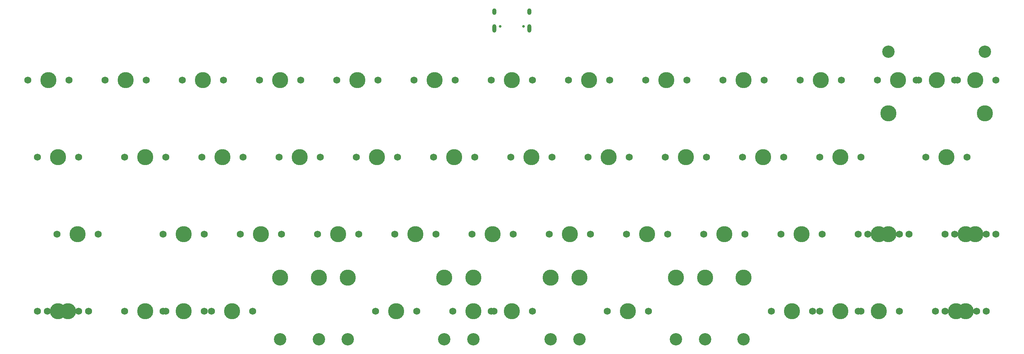
<source format=gbr>
%TF.GenerationSoftware,KiCad,Pcbnew,(6.0.0)*%
%TF.CreationDate,2022-05-03T21:15:31-05:00*%
%TF.ProjectId,QS-13u,51532d31-3375-42e6-9b69-6361645f7063,rev?*%
%TF.SameCoordinates,Original*%
%TF.FileFunction,Soldermask,Top*%
%TF.FilePolarity,Negative*%
%FSLAX46Y46*%
G04 Gerber Fmt 4.6, Leading zero omitted, Abs format (unit mm)*
G04 Created by KiCad (PCBNEW (6.0.0)) date 2022-05-03 21:15:31*
%MOMM*%
%LPD*%
G01*
G04 APERTURE LIST*
%ADD10C,3.987800*%
%ADD11C,1.750000*%
%ADD12C,3.048000*%
%ADD13C,0.650000*%
%ADD14O,1.000000X1.600000*%
%ADD15O,1.000000X2.100000*%
G04 APERTURE END LIST*
D10*
%TO.C,SW15*%
X65087501Y-60325000D03*
D11*
X70167501Y-60325000D03*
X60007501Y-60325000D03*
%TD*%
%TO.C,SW5*%
X122555001Y-41275000D03*
D10*
X117475001Y-41275000D03*
D11*
X112395001Y-41275000D03*
%TD*%
D10*
%TO.C,S3*%
X196056250Y-90170000D03*
D12*
X196056250Y-105410000D03*
D10*
X172243750Y-90170000D03*
D12*
X172243750Y-105410000D03*
%TD*%
D10*
%TO.C,SW6*%
X136525000Y-41275000D03*
D11*
X131445000Y-41275000D03*
X141605000Y-41275000D03*
%TD*%
%TO.C,SW13*%
X265430001Y-41275001D03*
D10*
X260350001Y-41275001D03*
D11*
X255270001Y-41275001D03*
%TD*%
%TO.C,SW39*%
X38576250Y-98425001D03*
X48736250Y-98425001D03*
D10*
X43656250Y-98425001D03*
%TD*%
%TO.C,SW45*%
X246062500Y-98425001D03*
D11*
X240982500Y-98425001D03*
X251142500Y-98425001D03*
%TD*%
D10*
%TO.C,SW41*%
X86518751Y-98425001D03*
D11*
X81438751Y-98425001D03*
X91598751Y-98425001D03*
%TD*%
D10*
%TO.C,SW28*%
X93662500Y-79375000D03*
D11*
X98742500Y-79375000D03*
X88582500Y-79375000D03*
%TD*%
%TO.C,SW31*%
X155892501Y-79375000D03*
X145732501Y-79375000D03*
D10*
X150812501Y-79375000D03*
%TD*%
D11*
%TO.C,SW49*%
X69532500Y-98425000D03*
X79692500Y-98425000D03*
D10*
X74612500Y-98425000D03*
%TD*%
%TO.C,S4*%
X115093750Y-90170001D03*
X138906250Y-90170001D03*
D12*
X138906250Y-105410001D03*
X115093750Y-105410001D03*
%TD*%
D11*
%TO.C,SW25*%
X264795001Y-41275001D03*
X274955001Y-41275001D03*
D10*
X269875001Y-41275001D03*
%TD*%
D11*
%TO.C,SW54*%
X262413751Y-79375000D03*
D10*
X267493751Y-79375000D03*
D11*
X272573751Y-79375000D03*
%TD*%
%TO.C,SW38*%
X240982500Y-79375001D03*
X251142500Y-79375001D03*
D10*
X246062500Y-79375001D03*
%TD*%
%TO.C,SW11*%
X231775000Y-41275000D03*
D11*
X236855000Y-41275000D03*
X226695000Y-41275000D03*
%TD*%
%TO.C,SW35*%
X232092500Y-79375001D03*
D10*
X227012500Y-79375001D03*
D11*
X221932500Y-79375001D03*
%TD*%
%TO.C,SW19*%
X146367501Y-60325000D03*
X136207501Y-60325000D03*
D10*
X141287501Y-60325000D03*
%TD*%
D11*
%TO.C,SW50*%
X151130000Y-98425001D03*
D10*
X146050000Y-98425001D03*
D11*
X140970000Y-98425001D03*
%TD*%
D10*
%TO.C,SW4*%
X98425000Y-41275001D03*
D11*
X103505000Y-41275001D03*
X93345000Y-41275001D03*
%TD*%
D10*
%TO.C,SW14*%
X43656251Y-60325000D03*
D11*
X38576251Y-60325000D03*
X48736251Y-60325000D03*
%TD*%
%TO.C,SW40*%
X60007501Y-98425000D03*
X70167501Y-98425000D03*
D10*
X65087501Y-98425000D03*
%TD*%
D11*
%TO.C,SW37*%
X267811251Y-60325000D03*
D10*
X262731251Y-60325000D03*
D11*
X257651251Y-60325000D03*
%TD*%
%TO.C,SW42*%
X121920000Y-98425001D03*
D10*
X127000000Y-98425001D03*
D11*
X132080000Y-98425001D03*
%TD*%
D10*
%TO.C,SW52*%
X236537500Y-98425001D03*
D11*
X231457500Y-98425001D03*
X241617500Y-98425001D03*
%TD*%
%TO.C,SW20*%
X165417501Y-60325000D03*
X155257501Y-60325000D03*
D10*
X160337501Y-60325000D03*
%TD*%
%TO.C,SW26*%
X48418751Y-79375000D03*
D11*
X53498751Y-79375000D03*
X43338751Y-79375000D03*
%TD*%
D12*
%TO.C,S6*%
X272256251Y-34290001D03*
D10*
X272256251Y-49530001D03*
X248443751Y-49530001D03*
D12*
X248443751Y-34290001D03*
%TD*%
D11*
%TO.C,SW12*%
X255905001Y-41275001D03*
D10*
X250825001Y-41275001D03*
D11*
X245745001Y-41275001D03*
%TD*%
%TO.C,SW51*%
X160655000Y-98425001D03*
D10*
X155575000Y-98425001D03*
D11*
X150495000Y-98425001D03*
%TD*%
%TO.C,SW1*%
X36195001Y-41275001D03*
D10*
X41275001Y-41275001D03*
D11*
X46355001Y-41275001D03*
%TD*%
D12*
%TO.C,S7*%
X98425000Y-105410001D03*
D10*
X98425000Y-90170001D03*
X212725000Y-90170001D03*
D12*
X212725000Y-105410001D03*
%TD*%
D11*
%TO.C,SW9*%
X188595000Y-41275001D03*
X198755000Y-41275001D03*
D10*
X193675000Y-41275001D03*
%TD*%
D11*
%TO.C,SW30*%
X126682500Y-79375001D03*
X136842500Y-79375001D03*
D10*
X131762500Y-79375001D03*
%TD*%
D11*
%TO.C,SW21*%
X184467500Y-60325000D03*
D10*
X179387500Y-60325000D03*
D11*
X174307500Y-60325000D03*
%TD*%
D10*
%TO.C,SW46*%
X267493750Y-98425001D03*
D11*
X272573750Y-98425001D03*
X262413750Y-98425001D03*
%TD*%
D12*
%TO.C,S1*%
X146050000Y-105410001D03*
D10*
X107950000Y-90170001D03*
X146050000Y-90170001D03*
D12*
X107950000Y-105410001D03*
%TD*%
D11*
%TO.C,SW47*%
X274955001Y-79375000D03*
X264795001Y-79375000D03*
D10*
X269875001Y-79375000D03*
%TD*%
D11*
%TO.C,SW44*%
X219551250Y-98425001D03*
D10*
X224631250Y-98425001D03*
D11*
X229711250Y-98425001D03*
%TD*%
%TO.C,SW22*%
X203517500Y-60325000D03*
X193357500Y-60325000D03*
D10*
X198437500Y-60325000D03*
%TD*%
%TO.C,SW24*%
X236537501Y-60325000D03*
D11*
X231457501Y-60325000D03*
X241617501Y-60325000D03*
%TD*%
%TO.C,SW53*%
X270192500Y-98425001D03*
D10*
X265112500Y-98425001D03*
D11*
X260032500Y-98425001D03*
%TD*%
D10*
%TO.C,S2*%
X165100000Y-90170000D03*
D12*
X165100000Y-105410000D03*
X203200000Y-105410000D03*
D10*
X203200000Y-90170000D03*
%TD*%
D11*
%TO.C,SW10*%
X207645000Y-41275001D03*
X217805000Y-41275001D03*
D10*
X212725000Y-41275001D03*
%TD*%
D11*
%TO.C,SW33*%
X193992500Y-79375000D03*
X183832500Y-79375000D03*
D10*
X188912500Y-79375000D03*
%TD*%
%TO.C,SW7*%
X155575001Y-41275001D03*
D11*
X160655001Y-41275001D03*
X150495001Y-41275001D03*
%TD*%
%TO.C,SW23*%
X222567500Y-60325000D03*
X212407500Y-60325000D03*
D10*
X217487500Y-60325000D03*
%TD*%
%TO.C,SW34*%
X207962500Y-79375000D03*
D11*
X202882500Y-79375000D03*
X213042500Y-79375000D03*
%TD*%
%TO.C,SW48*%
X51117500Y-98425001D03*
D10*
X46037500Y-98425001D03*
D11*
X40957500Y-98425001D03*
%TD*%
%TO.C,SW2*%
X65405001Y-41275001D03*
D10*
X60325001Y-41275001D03*
D11*
X55245001Y-41275001D03*
%TD*%
%TO.C,SW32*%
X174942501Y-79375000D03*
D10*
X169862501Y-79375000D03*
D11*
X164782501Y-79375000D03*
%TD*%
D10*
%TO.C,SW8*%
X174625000Y-41275001D03*
D11*
X179705000Y-41275001D03*
X169545000Y-41275001D03*
%TD*%
%TO.C,SW18*%
X127317500Y-60325000D03*
X117157500Y-60325000D03*
D10*
X122237500Y-60325000D03*
%TD*%
D11*
%TO.C,SW43*%
X179070000Y-98425000D03*
X189230000Y-98425000D03*
D10*
X184150000Y-98425000D03*
%TD*%
D11*
%TO.C,SW3*%
X84455000Y-41275001D03*
X74295000Y-41275001D03*
D10*
X79375000Y-41275001D03*
%TD*%
D12*
%TO.C,S5*%
X203200000Y-105410001D03*
D10*
X107950000Y-90170001D03*
X203200000Y-90170001D03*
D12*
X107950000Y-105410001D03*
%TD*%
D10*
%TO.C,SW27*%
X74612500Y-79375000D03*
D11*
X79692500Y-79375000D03*
X69532500Y-79375000D03*
%TD*%
D10*
%TO.C,SW17*%
X103187500Y-60325000D03*
D11*
X98107500Y-60325000D03*
X108267500Y-60325000D03*
%TD*%
%TO.C,SW16*%
X79057500Y-60325000D03*
D10*
X84137500Y-60325000D03*
D11*
X89217500Y-60325000D03*
%TD*%
D10*
%TO.C,SW29*%
X112712501Y-79375001D03*
D11*
X107632501Y-79375001D03*
X117792501Y-79375001D03*
%TD*%
%TO.C,SW36*%
X243363750Y-79375001D03*
X253523750Y-79375001D03*
D10*
X248443750Y-79375001D03*
%TD*%
D13*
%TO.C,J2*%
X158465000Y-28000000D03*
X152685000Y-28000000D03*
D14*
X151255000Y-24350000D03*
D15*
X159895000Y-28530000D03*
X151255000Y-28530000D03*
D14*
X159895000Y-24350000D03*
%TD*%
M02*

</source>
